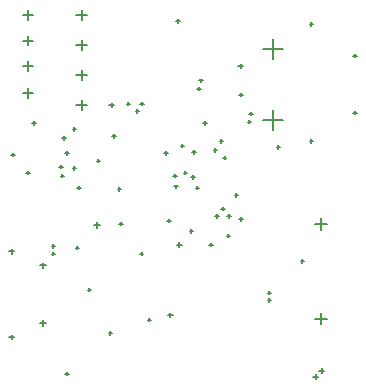
<source format=gbr>
%TF.GenerationSoftware,Altium Limited,Altium Designer,20.0.13 (296)*%
G04 Layer_Color=128*
%FSLAX25Y25*%
%MOIN*%
%TF.FileFunction,Drillmap*%
%TF.Part,Single*%
G01*
G75*
%TA.AperFunction,NonConductor*%
%ADD74C,0.00500*%
D74*
X37713Y101000D02*
X39287D01*
X38500Y100213D02*
Y101787D01*
X57213Y31000D02*
X58787D01*
X58000Y30213D02*
Y31787D01*
X107713Y12500D02*
X109287D01*
X108500Y11713D02*
Y13287D01*
X105665Y10500D02*
X107240D01*
X106453Y9713D02*
Y11287D01*
X26728Y101000D02*
X30272D01*
X28500Y99228D02*
Y102772D01*
X26728Y111000D02*
X30272D01*
X28500Y109228D02*
Y112772D01*
X26728Y121000D02*
X30272D01*
X28500Y119228D02*
Y122772D01*
X26728Y131000D02*
X30272D01*
X28500Y129228D02*
Y132772D01*
X106370Y61347D02*
X110307D01*
X108339Y59378D02*
Y63315D01*
X106370Y29850D02*
X110307D01*
X108339Y27882D02*
Y31819D01*
X14622Y28453D02*
X16590D01*
X15606Y27468D02*
Y29437D01*
X14622Y47547D02*
X16590D01*
X15606Y46563D02*
Y48531D01*
X4386Y23728D02*
X5961D01*
X5173Y22941D02*
Y24516D01*
X4386Y52272D02*
X5961D01*
X5173Y51484D02*
Y53059D01*
X80713Y114000D02*
X82287D01*
X81500Y113213D02*
Y114787D01*
X80910Y104500D02*
X82091D01*
X81500Y103909D02*
Y105091D01*
X104409Y89000D02*
X105591D01*
X105000Y88410D02*
Y89591D01*
X118909Y98500D02*
X120091D01*
X119500Y97909D02*
Y99090D01*
X118909Y117500D02*
X120091D01*
X119500Y116909D02*
Y118091D01*
X104409Y128000D02*
X105591D01*
X105000Y127409D02*
Y128591D01*
X47909Y101500D02*
X49091D01*
X48500Y100909D02*
Y102091D01*
X70910Y54500D02*
X72091D01*
X71500Y53909D02*
Y55090D01*
X76910Y64000D02*
X78091D01*
X77500Y63410D02*
Y64591D01*
X67597Y109273D02*
X68778D01*
X68187Y108682D02*
Y109863D01*
X66909Y106500D02*
X68090D01*
X67500Y105909D02*
Y107091D01*
X68910Y95000D02*
X70091D01*
X69500Y94410D02*
Y95591D01*
X46409Y99000D02*
X47591D01*
X47000Y98409D02*
Y99590D01*
X66409Y73500D02*
X67590D01*
X67000Y72909D02*
Y74090D01*
X93410Y87000D02*
X94591D01*
X94000Y86409D02*
Y87590D01*
X83781Y95500D02*
X84962D01*
X84372Y94910D02*
Y96091D01*
X84234Y98176D02*
X85415D01*
X84824Y97585D02*
Y98766D01*
X55910Y85000D02*
X57091D01*
X56500Y84409D02*
Y85590D01*
X65216Y85307D02*
X66397D01*
X65807Y84716D02*
Y85897D01*
X61409Y87500D02*
X62590D01*
X62000Y86910D02*
Y88090D01*
X72409Y86000D02*
X73590D01*
X73000Y85409D02*
Y86590D01*
X43409Y101500D02*
X44591D01*
X44000Y100909D02*
Y102091D01*
X75531Y83500D02*
X76712D01*
X76122Y82910D02*
Y84091D01*
X62410Y78500D02*
X63591D01*
X63000Y77909D02*
Y79090D01*
X58909Y77500D02*
X60091D01*
X59500Y76910D02*
Y78091D01*
X59311Y73901D02*
X60492D01*
X59901Y73311D02*
Y74492D01*
X40909Y61500D02*
X42091D01*
X41500Y60909D02*
Y62090D01*
X64909Y77000D02*
X66091D01*
X65500Y76410D02*
Y77591D01*
X40409Y73000D02*
X41591D01*
X41000Y72409D02*
Y73590D01*
X101400Y49000D02*
X102600D01*
X102000Y48400D02*
Y49600D01*
X90400Y36000D02*
X91600D01*
X91000Y35400D02*
Y36600D01*
X90400Y38500D02*
X91600D01*
X91000Y37900D02*
Y39100D01*
X74410Y89000D02*
X75590D01*
X75000Y88410D02*
Y89591D01*
X59909Y129000D02*
X61090D01*
X60500Y128409D02*
Y129591D01*
X32516Y61000D02*
X34484D01*
X33500Y60016D02*
Y61984D01*
X38554Y90644D02*
X39735D01*
X39144Y90054D02*
Y91235D01*
X9900Y78500D02*
X11100D01*
X10500Y77900D02*
Y79100D01*
X4900Y84500D02*
X6100D01*
X5500Y83900D02*
Y85100D01*
X47831Y51521D02*
X49012D01*
X48421Y50931D02*
Y52112D01*
X56910Y62500D02*
X58091D01*
X57500Y61910D02*
Y63090D01*
X80910Y63000D02*
X82091D01*
X81500Y62410D02*
Y63591D01*
X79409Y71000D02*
X80590D01*
X80000Y70410D02*
Y71591D01*
X72909Y63973D02*
X74090D01*
X73500Y63382D02*
Y64563D01*
X64410Y59000D02*
X65591D01*
X65000Y58410D02*
Y59591D01*
X74910Y66500D02*
X76091D01*
X75500Y65909D02*
Y67090D01*
X76754Y57500D02*
X77935D01*
X77344Y56910D02*
Y58091D01*
X60213Y54500D02*
X61787D01*
X61000Y53713D02*
Y55287D01*
X26909Y73500D02*
X28091D01*
X27500Y72909D02*
Y74090D01*
X30400Y39500D02*
X31600D01*
X31000Y38900D02*
Y40100D01*
X8925Y105000D02*
X12075D01*
X10500Y103425D02*
Y106575D01*
X8925Y114000D02*
X12075D01*
X10500Y112425D02*
Y115575D01*
X8925Y122500D02*
X12075D01*
X10500Y120925D02*
Y124075D01*
X8925Y131000D02*
X12075D01*
X10500Y129425D02*
Y132575D01*
X21910Y90000D02*
X23090D01*
X22500Y89410D02*
Y90591D01*
X11909Y95000D02*
X13091D01*
X12500Y94410D02*
Y95591D01*
X22909Y85000D02*
X24091D01*
X23500Y84409D02*
Y85590D01*
X25400Y93000D02*
X26600D01*
X26000Y92400D02*
Y93600D01*
X20900Y80500D02*
X22100D01*
X21500Y79900D02*
Y81100D01*
X21400Y77500D02*
X22600D01*
X22000Y76900D02*
Y78100D01*
X25400Y80000D02*
X26600D01*
X26000Y79400D02*
Y80600D01*
X22900Y11500D02*
X24100D01*
X23500Y10900D02*
Y12100D01*
X33400Y82500D02*
X34600D01*
X34000Y81900D02*
Y83100D01*
X50400Y29500D02*
X51600D01*
X51000Y28900D02*
Y30100D01*
X18400Y54000D02*
X19600D01*
X19000Y53400D02*
Y54600D01*
X18400Y51500D02*
X19600D01*
X19000Y50900D02*
Y52100D01*
X26400Y53500D02*
X27600D01*
X27000Y52900D02*
Y54100D01*
X37400Y25000D02*
X38600D01*
X38000Y24400D02*
Y25600D01*
X88937Y96189D02*
X95630D01*
X92283Y92843D02*
Y99535D01*
X88937Y119811D02*
X95630D01*
X92283Y116465D02*
Y123158D01*
%TF.MD5,a6eae9f12947b314d7a0f568d0e5c87f*%
M02*

</source>
